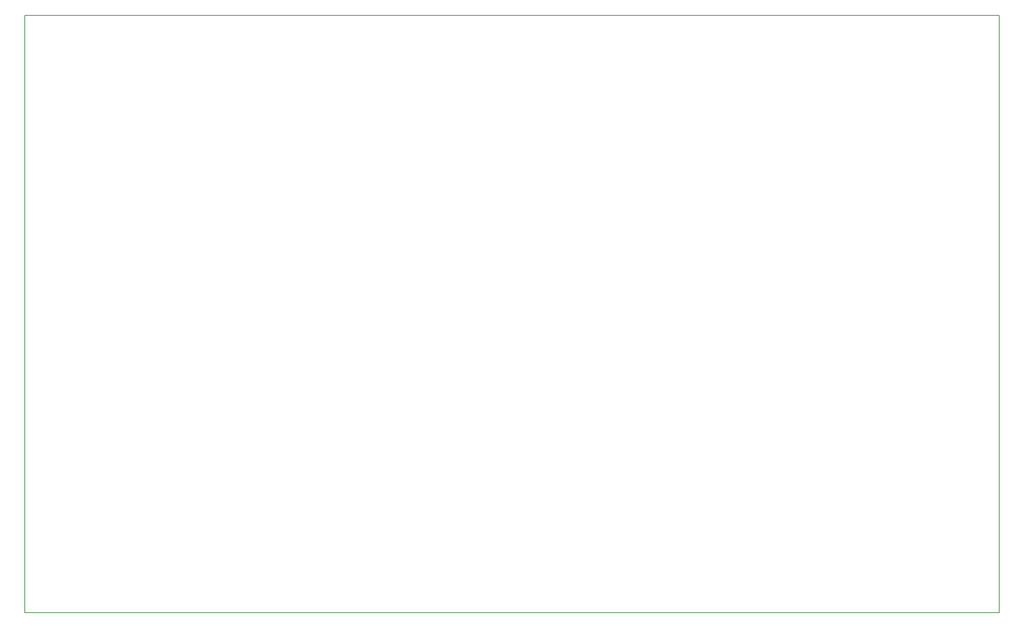
<source format=gm1>
G04 MADE WITH FRITZING*
G04 WWW.FRITZING.ORG*
G04 DOUBLE SIDED*
G04 HOLES PLATED*
G04 CONTOUR ON CENTER OF CONTOUR VECTOR*
%ASAXBY*%
%FSLAX23Y23*%
%MOIN*%
%OFA0B0*%
%SFA1.0B1.0*%
%ADD10R,8.661430X5.314970*%
%ADD11C,0.008000*%
%ADD10C,0.008*%
%LNCONTOUR*%
G90*
G70*
G54D10*
G54D11*
X4Y5311D02*
X8657Y5311D01*
X8657Y4D01*
X4Y4D01*
X4Y5311D01*
D02*
G04 End of contour*
M02*
</source>
